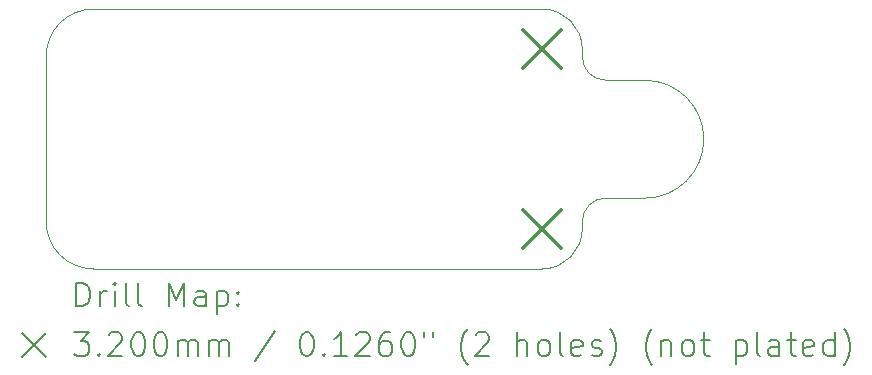
<source format=gbr>
%TF.GenerationSoftware,KiCad,Pcbnew,8.0.8*%
%TF.CreationDate,2025-03-12T20:33:16+01:00*%
%TF.ProjectId,TTS,5454532e-6b69-4636-9164-5f7063625858,rev?*%
%TF.SameCoordinates,PX2255100PY2ebae40*%
%TF.FileFunction,Drillmap*%
%TF.FilePolarity,Positive*%
%FSLAX45Y45*%
G04 Gerber Fmt 4.5, Leading zero omitted, Abs format (unit mm)*
G04 Created by KiCad (PCBNEW 8.0.8) date 2025-03-12 20:33:16*
%MOMM*%
%LPD*%
G01*
G04 APERTURE LIST*
%ADD10C,0.100000*%
%ADD11C,0.200000*%
%ADD12C,0.320000*%
G04 APERTURE END LIST*
D10*
X14100000Y1900000D02*
G75*
G02*
X14439120Y1561000I60J-339060D01*
G01*
X10300000Y-300000D02*
G75*
G02*
X9900000Y100000I0J400000D01*
G01*
X14637875Y1297125D02*
X14969000Y1297000D01*
X14969000Y1297000D02*
G75*
G02*
X14969000Y299000I0J-499000D01*
G01*
X14439125Y39000D02*
X14439125Y100374D01*
X9900000Y1500000D02*
G75*
G02*
X10300000Y1900000I400000J0D01*
G01*
X10300000Y1900000D02*
X14100000Y1900000D01*
X14637875Y1297125D02*
G75*
G02*
X14439005Y1496000I5J198875D01*
G01*
X14638000Y299249D02*
X14969000Y299000D01*
X14439125Y100374D02*
G75*
G02*
X14638000Y299245I198875J-4D01*
G01*
X14439125Y1561000D02*
X14439000Y1496000D01*
X14439125Y39000D02*
G75*
G02*
X14100000Y-300005I-339065J60D01*
G01*
X14100000Y-300000D02*
X10300000Y-300000D01*
X9900000Y1500000D02*
X9900000Y100000D01*
D11*
D12*
X13940000Y1720000D02*
X14260000Y1400000D01*
X14260000Y1720000D02*
X13940000Y1400000D01*
X13940000Y200000D02*
X14260000Y-120000D01*
X14260000Y200000D02*
X13940000Y-120000D01*
D11*
X10155777Y-616489D02*
X10155777Y-416489D01*
X10155777Y-416489D02*
X10203396Y-416489D01*
X10203396Y-416489D02*
X10231967Y-426012D01*
X10231967Y-426012D02*
X10251015Y-445060D01*
X10251015Y-445060D02*
X10260539Y-464108D01*
X10260539Y-464108D02*
X10270063Y-502203D01*
X10270063Y-502203D02*
X10270063Y-530774D01*
X10270063Y-530774D02*
X10260539Y-568870D01*
X10260539Y-568870D02*
X10251015Y-587917D01*
X10251015Y-587917D02*
X10231967Y-606965D01*
X10231967Y-606965D02*
X10203396Y-616489D01*
X10203396Y-616489D02*
X10155777Y-616489D01*
X10355777Y-616489D02*
X10355777Y-483155D01*
X10355777Y-521251D02*
X10365301Y-502203D01*
X10365301Y-502203D02*
X10374824Y-492679D01*
X10374824Y-492679D02*
X10393872Y-483155D01*
X10393872Y-483155D02*
X10412920Y-483155D01*
X10479586Y-616489D02*
X10479586Y-483155D01*
X10479586Y-416489D02*
X10470063Y-426012D01*
X10470063Y-426012D02*
X10479586Y-435536D01*
X10479586Y-435536D02*
X10489110Y-426012D01*
X10489110Y-426012D02*
X10479586Y-416489D01*
X10479586Y-416489D02*
X10479586Y-435536D01*
X10603396Y-616489D02*
X10584348Y-606965D01*
X10584348Y-606965D02*
X10574824Y-587917D01*
X10574824Y-587917D02*
X10574824Y-416489D01*
X10708158Y-616489D02*
X10689110Y-606965D01*
X10689110Y-606965D02*
X10679586Y-587917D01*
X10679586Y-587917D02*
X10679586Y-416489D01*
X10936729Y-616489D02*
X10936729Y-416489D01*
X10936729Y-416489D02*
X11003396Y-559346D01*
X11003396Y-559346D02*
X11070063Y-416489D01*
X11070063Y-416489D02*
X11070063Y-616489D01*
X11251015Y-616489D02*
X11251015Y-511727D01*
X11251015Y-511727D02*
X11241491Y-492679D01*
X11241491Y-492679D02*
X11222443Y-483155D01*
X11222443Y-483155D02*
X11184348Y-483155D01*
X11184348Y-483155D02*
X11165301Y-492679D01*
X11251015Y-606965D02*
X11231967Y-616489D01*
X11231967Y-616489D02*
X11184348Y-616489D01*
X11184348Y-616489D02*
X11165301Y-606965D01*
X11165301Y-606965D02*
X11155777Y-587917D01*
X11155777Y-587917D02*
X11155777Y-568870D01*
X11155777Y-568870D02*
X11165301Y-549822D01*
X11165301Y-549822D02*
X11184348Y-540298D01*
X11184348Y-540298D02*
X11231967Y-540298D01*
X11231967Y-540298D02*
X11251015Y-530774D01*
X11346253Y-483155D02*
X11346253Y-683155D01*
X11346253Y-492679D02*
X11365301Y-483155D01*
X11365301Y-483155D02*
X11403396Y-483155D01*
X11403396Y-483155D02*
X11422443Y-492679D01*
X11422443Y-492679D02*
X11431967Y-502203D01*
X11431967Y-502203D02*
X11441491Y-521251D01*
X11441491Y-521251D02*
X11441491Y-578393D01*
X11441491Y-578393D02*
X11431967Y-597441D01*
X11431967Y-597441D02*
X11422443Y-606965D01*
X11422443Y-606965D02*
X11403396Y-616489D01*
X11403396Y-616489D02*
X11365301Y-616489D01*
X11365301Y-616489D02*
X11346253Y-606965D01*
X11527205Y-597441D02*
X11536729Y-606965D01*
X11536729Y-606965D02*
X11527205Y-616489D01*
X11527205Y-616489D02*
X11517682Y-606965D01*
X11517682Y-606965D02*
X11527205Y-597441D01*
X11527205Y-597441D02*
X11527205Y-616489D01*
X11527205Y-492679D02*
X11536729Y-502203D01*
X11536729Y-502203D02*
X11527205Y-511727D01*
X11527205Y-511727D02*
X11517682Y-502203D01*
X11517682Y-502203D02*
X11527205Y-492679D01*
X11527205Y-492679D02*
X11527205Y-511727D01*
X9695000Y-845005D02*
X9895000Y-1045005D01*
X9895000Y-845005D02*
X9695000Y-1045005D01*
X10136729Y-836489D02*
X10260539Y-836489D01*
X10260539Y-836489D02*
X10193872Y-912679D01*
X10193872Y-912679D02*
X10222444Y-912679D01*
X10222444Y-912679D02*
X10241491Y-922203D01*
X10241491Y-922203D02*
X10251015Y-931727D01*
X10251015Y-931727D02*
X10260539Y-950774D01*
X10260539Y-950774D02*
X10260539Y-998393D01*
X10260539Y-998393D02*
X10251015Y-1017441D01*
X10251015Y-1017441D02*
X10241491Y-1026965D01*
X10241491Y-1026965D02*
X10222444Y-1036489D01*
X10222444Y-1036489D02*
X10165301Y-1036489D01*
X10165301Y-1036489D02*
X10146253Y-1026965D01*
X10146253Y-1026965D02*
X10136729Y-1017441D01*
X10346253Y-1017441D02*
X10355777Y-1026965D01*
X10355777Y-1026965D02*
X10346253Y-1036489D01*
X10346253Y-1036489D02*
X10336729Y-1026965D01*
X10336729Y-1026965D02*
X10346253Y-1017441D01*
X10346253Y-1017441D02*
X10346253Y-1036489D01*
X10431967Y-855536D02*
X10441491Y-846012D01*
X10441491Y-846012D02*
X10460539Y-836489D01*
X10460539Y-836489D02*
X10508158Y-836489D01*
X10508158Y-836489D02*
X10527205Y-846012D01*
X10527205Y-846012D02*
X10536729Y-855536D01*
X10536729Y-855536D02*
X10546253Y-874584D01*
X10546253Y-874584D02*
X10546253Y-893631D01*
X10546253Y-893631D02*
X10536729Y-922203D01*
X10536729Y-922203D02*
X10422444Y-1036489D01*
X10422444Y-1036489D02*
X10546253Y-1036489D01*
X10670063Y-836489D02*
X10689110Y-836489D01*
X10689110Y-836489D02*
X10708158Y-846012D01*
X10708158Y-846012D02*
X10717682Y-855536D01*
X10717682Y-855536D02*
X10727205Y-874584D01*
X10727205Y-874584D02*
X10736729Y-912679D01*
X10736729Y-912679D02*
X10736729Y-960298D01*
X10736729Y-960298D02*
X10727205Y-998393D01*
X10727205Y-998393D02*
X10717682Y-1017441D01*
X10717682Y-1017441D02*
X10708158Y-1026965D01*
X10708158Y-1026965D02*
X10689110Y-1036489D01*
X10689110Y-1036489D02*
X10670063Y-1036489D01*
X10670063Y-1036489D02*
X10651015Y-1026965D01*
X10651015Y-1026965D02*
X10641491Y-1017441D01*
X10641491Y-1017441D02*
X10631967Y-998393D01*
X10631967Y-998393D02*
X10622444Y-960298D01*
X10622444Y-960298D02*
X10622444Y-912679D01*
X10622444Y-912679D02*
X10631967Y-874584D01*
X10631967Y-874584D02*
X10641491Y-855536D01*
X10641491Y-855536D02*
X10651015Y-846012D01*
X10651015Y-846012D02*
X10670063Y-836489D01*
X10860539Y-836489D02*
X10879586Y-836489D01*
X10879586Y-836489D02*
X10898634Y-846012D01*
X10898634Y-846012D02*
X10908158Y-855536D01*
X10908158Y-855536D02*
X10917682Y-874584D01*
X10917682Y-874584D02*
X10927205Y-912679D01*
X10927205Y-912679D02*
X10927205Y-960298D01*
X10927205Y-960298D02*
X10917682Y-998393D01*
X10917682Y-998393D02*
X10908158Y-1017441D01*
X10908158Y-1017441D02*
X10898634Y-1026965D01*
X10898634Y-1026965D02*
X10879586Y-1036489D01*
X10879586Y-1036489D02*
X10860539Y-1036489D01*
X10860539Y-1036489D02*
X10841491Y-1026965D01*
X10841491Y-1026965D02*
X10831967Y-1017441D01*
X10831967Y-1017441D02*
X10822444Y-998393D01*
X10822444Y-998393D02*
X10812920Y-960298D01*
X10812920Y-960298D02*
X10812920Y-912679D01*
X10812920Y-912679D02*
X10822444Y-874584D01*
X10822444Y-874584D02*
X10831967Y-855536D01*
X10831967Y-855536D02*
X10841491Y-846012D01*
X10841491Y-846012D02*
X10860539Y-836489D01*
X11012920Y-1036489D02*
X11012920Y-903155D01*
X11012920Y-922203D02*
X11022444Y-912679D01*
X11022444Y-912679D02*
X11041491Y-903155D01*
X11041491Y-903155D02*
X11070063Y-903155D01*
X11070063Y-903155D02*
X11089110Y-912679D01*
X11089110Y-912679D02*
X11098634Y-931727D01*
X11098634Y-931727D02*
X11098634Y-1036489D01*
X11098634Y-931727D02*
X11108158Y-912679D01*
X11108158Y-912679D02*
X11127205Y-903155D01*
X11127205Y-903155D02*
X11155777Y-903155D01*
X11155777Y-903155D02*
X11174825Y-912679D01*
X11174825Y-912679D02*
X11184348Y-931727D01*
X11184348Y-931727D02*
X11184348Y-1036489D01*
X11279586Y-1036489D02*
X11279586Y-903155D01*
X11279586Y-922203D02*
X11289110Y-912679D01*
X11289110Y-912679D02*
X11308158Y-903155D01*
X11308158Y-903155D02*
X11336729Y-903155D01*
X11336729Y-903155D02*
X11355777Y-912679D01*
X11355777Y-912679D02*
X11365301Y-931727D01*
X11365301Y-931727D02*
X11365301Y-1036489D01*
X11365301Y-931727D02*
X11374824Y-912679D01*
X11374824Y-912679D02*
X11393872Y-903155D01*
X11393872Y-903155D02*
X11422443Y-903155D01*
X11422443Y-903155D02*
X11441491Y-912679D01*
X11441491Y-912679D02*
X11451015Y-931727D01*
X11451015Y-931727D02*
X11451015Y-1036489D01*
X11841491Y-826965D02*
X11670063Y-1084108D01*
X12098634Y-836489D02*
X12117682Y-836489D01*
X12117682Y-836489D02*
X12136729Y-846012D01*
X12136729Y-846012D02*
X12146253Y-855536D01*
X12146253Y-855536D02*
X12155777Y-874584D01*
X12155777Y-874584D02*
X12165301Y-912679D01*
X12165301Y-912679D02*
X12165301Y-960298D01*
X12165301Y-960298D02*
X12155777Y-998393D01*
X12155777Y-998393D02*
X12146253Y-1017441D01*
X12146253Y-1017441D02*
X12136729Y-1026965D01*
X12136729Y-1026965D02*
X12117682Y-1036489D01*
X12117682Y-1036489D02*
X12098634Y-1036489D01*
X12098634Y-1036489D02*
X12079586Y-1026965D01*
X12079586Y-1026965D02*
X12070063Y-1017441D01*
X12070063Y-1017441D02*
X12060539Y-998393D01*
X12060539Y-998393D02*
X12051015Y-960298D01*
X12051015Y-960298D02*
X12051015Y-912679D01*
X12051015Y-912679D02*
X12060539Y-874584D01*
X12060539Y-874584D02*
X12070063Y-855536D01*
X12070063Y-855536D02*
X12079586Y-846012D01*
X12079586Y-846012D02*
X12098634Y-836489D01*
X12251015Y-1017441D02*
X12260539Y-1026965D01*
X12260539Y-1026965D02*
X12251015Y-1036489D01*
X12251015Y-1036489D02*
X12241491Y-1026965D01*
X12241491Y-1026965D02*
X12251015Y-1017441D01*
X12251015Y-1017441D02*
X12251015Y-1036489D01*
X12451015Y-1036489D02*
X12336729Y-1036489D01*
X12393872Y-1036489D02*
X12393872Y-836489D01*
X12393872Y-836489D02*
X12374825Y-865060D01*
X12374825Y-865060D02*
X12355777Y-884108D01*
X12355777Y-884108D02*
X12336729Y-893631D01*
X12527206Y-855536D02*
X12536729Y-846012D01*
X12536729Y-846012D02*
X12555777Y-836489D01*
X12555777Y-836489D02*
X12603396Y-836489D01*
X12603396Y-836489D02*
X12622444Y-846012D01*
X12622444Y-846012D02*
X12631967Y-855536D01*
X12631967Y-855536D02*
X12641491Y-874584D01*
X12641491Y-874584D02*
X12641491Y-893631D01*
X12641491Y-893631D02*
X12631967Y-922203D01*
X12631967Y-922203D02*
X12517682Y-1036489D01*
X12517682Y-1036489D02*
X12641491Y-1036489D01*
X12812920Y-836489D02*
X12774825Y-836489D01*
X12774825Y-836489D02*
X12755777Y-846012D01*
X12755777Y-846012D02*
X12746253Y-855536D01*
X12746253Y-855536D02*
X12727206Y-884108D01*
X12727206Y-884108D02*
X12717682Y-922203D01*
X12717682Y-922203D02*
X12717682Y-998393D01*
X12717682Y-998393D02*
X12727206Y-1017441D01*
X12727206Y-1017441D02*
X12736729Y-1026965D01*
X12736729Y-1026965D02*
X12755777Y-1036489D01*
X12755777Y-1036489D02*
X12793872Y-1036489D01*
X12793872Y-1036489D02*
X12812920Y-1026965D01*
X12812920Y-1026965D02*
X12822444Y-1017441D01*
X12822444Y-1017441D02*
X12831967Y-998393D01*
X12831967Y-998393D02*
X12831967Y-950774D01*
X12831967Y-950774D02*
X12822444Y-931727D01*
X12822444Y-931727D02*
X12812920Y-922203D01*
X12812920Y-922203D02*
X12793872Y-912679D01*
X12793872Y-912679D02*
X12755777Y-912679D01*
X12755777Y-912679D02*
X12736729Y-922203D01*
X12736729Y-922203D02*
X12727206Y-931727D01*
X12727206Y-931727D02*
X12717682Y-950774D01*
X12955777Y-836489D02*
X12974825Y-836489D01*
X12974825Y-836489D02*
X12993872Y-846012D01*
X12993872Y-846012D02*
X13003396Y-855536D01*
X13003396Y-855536D02*
X13012920Y-874584D01*
X13012920Y-874584D02*
X13022444Y-912679D01*
X13022444Y-912679D02*
X13022444Y-960298D01*
X13022444Y-960298D02*
X13012920Y-998393D01*
X13012920Y-998393D02*
X13003396Y-1017441D01*
X13003396Y-1017441D02*
X12993872Y-1026965D01*
X12993872Y-1026965D02*
X12974825Y-1036489D01*
X12974825Y-1036489D02*
X12955777Y-1036489D01*
X12955777Y-1036489D02*
X12936729Y-1026965D01*
X12936729Y-1026965D02*
X12927206Y-1017441D01*
X12927206Y-1017441D02*
X12917682Y-998393D01*
X12917682Y-998393D02*
X12908158Y-960298D01*
X12908158Y-960298D02*
X12908158Y-912679D01*
X12908158Y-912679D02*
X12917682Y-874584D01*
X12917682Y-874584D02*
X12927206Y-855536D01*
X12927206Y-855536D02*
X12936729Y-846012D01*
X12936729Y-846012D02*
X12955777Y-836489D01*
X13098634Y-836489D02*
X13098634Y-874584D01*
X13174825Y-836489D02*
X13174825Y-874584D01*
X13470063Y-1112679D02*
X13460539Y-1103155D01*
X13460539Y-1103155D02*
X13441491Y-1074584D01*
X13441491Y-1074584D02*
X13431968Y-1055536D01*
X13431968Y-1055536D02*
X13422444Y-1026965D01*
X13422444Y-1026965D02*
X13412920Y-979346D01*
X13412920Y-979346D02*
X13412920Y-941251D01*
X13412920Y-941251D02*
X13422444Y-893631D01*
X13422444Y-893631D02*
X13431968Y-865060D01*
X13431968Y-865060D02*
X13441491Y-846012D01*
X13441491Y-846012D02*
X13460539Y-817441D01*
X13460539Y-817441D02*
X13470063Y-807917D01*
X13536729Y-855536D02*
X13546253Y-846012D01*
X13546253Y-846012D02*
X13565301Y-836489D01*
X13565301Y-836489D02*
X13612920Y-836489D01*
X13612920Y-836489D02*
X13631968Y-846012D01*
X13631968Y-846012D02*
X13641491Y-855536D01*
X13641491Y-855536D02*
X13651015Y-874584D01*
X13651015Y-874584D02*
X13651015Y-893631D01*
X13651015Y-893631D02*
X13641491Y-922203D01*
X13641491Y-922203D02*
X13527206Y-1036489D01*
X13527206Y-1036489D02*
X13651015Y-1036489D01*
X13889110Y-1036489D02*
X13889110Y-836489D01*
X13974825Y-1036489D02*
X13974825Y-931727D01*
X13974825Y-931727D02*
X13965301Y-912679D01*
X13965301Y-912679D02*
X13946253Y-903155D01*
X13946253Y-903155D02*
X13917682Y-903155D01*
X13917682Y-903155D02*
X13898634Y-912679D01*
X13898634Y-912679D02*
X13889110Y-922203D01*
X14098634Y-1036489D02*
X14079587Y-1026965D01*
X14079587Y-1026965D02*
X14070063Y-1017441D01*
X14070063Y-1017441D02*
X14060539Y-998393D01*
X14060539Y-998393D02*
X14060539Y-941251D01*
X14060539Y-941251D02*
X14070063Y-922203D01*
X14070063Y-922203D02*
X14079587Y-912679D01*
X14079587Y-912679D02*
X14098634Y-903155D01*
X14098634Y-903155D02*
X14127206Y-903155D01*
X14127206Y-903155D02*
X14146253Y-912679D01*
X14146253Y-912679D02*
X14155777Y-922203D01*
X14155777Y-922203D02*
X14165301Y-941251D01*
X14165301Y-941251D02*
X14165301Y-998393D01*
X14165301Y-998393D02*
X14155777Y-1017441D01*
X14155777Y-1017441D02*
X14146253Y-1026965D01*
X14146253Y-1026965D02*
X14127206Y-1036489D01*
X14127206Y-1036489D02*
X14098634Y-1036489D01*
X14279587Y-1036489D02*
X14260539Y-1026965D01*
X14260539Y-1026965D02*
X14251015Y-1007917D01*
X14251015Y-1007917D02*
X14251015Y-836489D01*
X14431968Y-1026965D02*
X14412920Y-1036489D01*
X14412920Y-1036489D02*
X14374825Y-1036489D01*
X14374825Y-1036489D02*
X14355777Y-1026965D01*
X14355777Y-1026965D02*
X14346253Y-1007917D01*
X14346253Y-1007917D02*
X14346253Y-931727D01*
X14346253Y-931727D02*
X14355777Y-912679D01*
X14355777Y-912679D02*
X14374825Y-903155D01*
X14374825Y-903155D02*
X14412920Y-903155D01*
X14412920Y-903155D02*
X14431968Y-912679D01*
X14431968Y-912679D02*
X14441491Y-931727D01*
X14441491Y-931727D02*
X14441491Y-950774D01*
X14441491Y-950774D02*
X14346253Y-969822D01*
X14517682Y-1026965D02*
X14536730Y-1036489D01*
X14536730Y-1036489D02*
X14574825Y-1036489D01*
X14574825Y-1036489D02*
X14593872Y-1026965D01*
X14593872Y-1026965D02*
X14603396Y-1007917D01*
X14603396Y-1007917D02*
X14603396Y-998393D01*
X14603396Y-998393D02*
X14593872Y-979346D01*
X14593872Y-979346D02*
X14574825Y-969822D01*
X14574825Y-969822D02*
X14546253Y-969822D01*
X14546253Y-969822D02*
X14527206Y-960298D01*
X14527206Y-960298D02*
X14517682Y-941251D01*
X14517682Y-941251D02*
X14517682Y-931727D01*
X14517682Y-931727D02*
X14527206Y-912679D01*
X14527206Y-912679D02*
X14546253Y-903155D01*
X14546253Y-903155D02*
X14574825Y-903155D01*
X14574825Y-903155D02*
X14593872Y-912679D01*
X14670063Y-1112679D02*
X14679587Y-1103155D01*
X14679587Y-1103155D02*
X14698634Y-1074584D01*
X14698634Y-1074584D02*
X14708158Y-1055536D01*
X14708158Y-1055536D02*
X14717682Y-1026965D01*
X14717682Y-1026965D02*
X14727206Y-979346D01*
X14727206Y-979346D02*
X14727206Y-941251D01*
X14727206Y-941251D02*
X14717682Y-893631D01*
X14717682Y-893631D02*
X14708158Y-865060D01*
X14708158Y-865060D02*
X14698634Y-846012D01*
X14698634Y-846012D02*
X14679587Y-817441D01*
X14679587Y-817441D02*
X14670063Y-807917D01*
X15031968Y-1112679D02*
X15022444Y-1103155D01*
X15022444Y-1103155D02*
X15003396Y-1074584D01*
X15003396Y-1074584D02*
X14993872Y-1055536D01*
X14993872Y-1055536D02*
X14984349Y-1026965D01*
X14984349Y-1026965D02*
X14974825Y-979346D01*
X14974825Y-979346D02*
X14974825Y-941251D01*
X14974825Y-941251D02*
X14984349Y-893631D01*
X14984349Y-893631D02*
X14993872Y-865060D01*
X14993872Y-865060D02*
X15003396Y-846012D01*
X15003396Y-846012D02*
X15022444Y-817441D01*
X15022444Y-817441D02*
X15031968Y-807917D01*
X15108158Y-903155D02*
X15108158Y-1036489D01*
X15108158Y-922203D02*
X15117682Y-912679D01*
X15117682Y-912679D02*
X15136730Y-903155D01*
X15136730Y-903155D02*
X15165301Y-903155D01*
X15165301Y-903155D02*
X15184349Y-912679D01*
X15184349Y-912679D02*
X15193872Y-931727D01*
X15193872Y-931727D02*
X15193872Y-1036489D01*
X15317682Y-1036489D02*
X15298634Y-1026965D01*
X15298634Y-1026965D02*
X15289111Y-1017441D01*
X15289111Y-1017441D02*
X15279587Y-998393D01*
X15279587Y-998393D02*
X15279587Y-941251D01*
X15279587Y-941251D02*
X15289111Y-922203D01*
X15289111Y-922203D02*
X15298634Y-912679D01*
X15298634Y-912679D02*
X15317682Y-903155D01*
X15317682Y-903155D02*
X15346253Y-903155D01*
X15346253Y-903155D02*
X15365301Y-912679D01*
X15365301Y-912679D02*
X15374825Y-922203D01*
X15374825Y-922203D02*
X15384349Y-941251D01*
X15384349Y-941251D02*
X15384349Y-998393D01*
X15384349Y-998393D02*
X15374825Y-1017441D01*
X15374825Y-1017441D02*
X15365301Y-1026965D01*
X15365301Y-1026965D02*
X15346253Y-1036489D01*
X15346253Y-1036489D02*
X15317682Y-1036489D01*
X15441492Y-903155D02*
X15517682Y-903155D01*
X15470063Y-836489D02*
X15470063Y-1007917D01*
X15470063Y-1007917D02*
X15479587Y-1026965D01*
X15479587Y-1026965D02*
X15498634Y-1036489D01*
X15498634Y-1036489D02*
X15517682Y-1036489D01*
X15736730Y-903155D02*
X15736730Y-1103155D01*
X15736730Y-912679D02*
X15755777Y-903155D01*
X15755777Y-903155D02*
X15793873Y-903155D01*
X15793873Y-903155D02*
X15812920Y-912679D01*
X15812920Y-912679D02*
X15822444Y-922203D01*
X15822444Y-922203D02*
X15831968Y-941251D01*
X15831968Y-941251D02*
X15831968Y-998393D01*
X15831968Y-998393D02*
X15822444Y-1017441D01*
X15822444Y-1017441D02*
X15812920Y-1026965D01*
X15812920Y-1026965D02*
X15793873Y-1036489D01*
X15793873Y-1036489D02*
X15755777Y-1036489D01*
X15755777Y-1036489D02*
X15736730Y-1026965D01*
X15946253Y-1036489D02*
X15927206Y-1026965D01*
X15927206Y-1026965D02*
X15917682Y-1007917D01*
X15917682Y-1007917D02*
X15917682Y-836489D01*
X16108158Y-1036489D02*
X16108158Y-931727D01*
X16108158Y-931727D02*
X16098634Y-912679D01*
X16098634Y-912679D02*
X16079587Y-903155D01*
X16079587Y-903155D02*
X16041492Y-903155D01*
X16041492Y-903155D02*
X16022444Y-912679D01*
X16108158Y-1026965D02*
X16089111Y-1036489D01*
X16089111Y-1036489D02*
X16041492Y-1036489D01*
X16041492Y-1036489D02*
X16022444Y-1026965D01*
X16022444Y-1026965D02*
X16012920Y-1007917D01*
X16012920Y-1007917D02*
X16012920Y-988870D01*
X16012920Y-988870D02*
X16022444Y-969822D01*
X16022444Y-969822D02*
X16041492Y-960298D01*
X16041492Y-960298D02*
X16089111Y-960298D01*
X16089111Y-960298D02*
X16108158Y-950774D01*
X16174825Y-903155D02*
X16251015Y-903155D01*
X16203396Y-836489D02*
X16203396Y-1007917D01*
X16203396Y-1007917D02*
X16212920Y-1026965D01*
X16212920Y-1026965D02*
X16231968Y-1036489D01*
X16231968Y-1036489D02*
X16251015Y-1036489D01*
X16393873Y-1026965D02*
X16374825Y-1036489D01*
X16374825Y-1036489D02*
X16336730Y-1036489D01*
X16336730Y-1036489D02*
X16317682Y-1026965D01*
X16317682Y-1026965D02*
X16308158Y-1007917D01*
X16308158Y-1007917D02*
X16308158Y-931727D01*
X16308158Y-931727D02*
X16317682Y-912679D01*
X16317682Y-912679D02*
X16336730Y-903155D01*
X16336730Y-903155D02*
X16374825Y-903155D01*
X16374825Y-903155D02*
X16393873Y-912679D01*
X16393873Y-912679D02*
X16403396Y-931727D01*
X16403396Y-931727D02*
X16403396Y-950774D01*
X16403396Y-950774D02*
X16308158Y-969822D01*
X16574825Y-1036489D02*
X16574825Y-836489D01*
X16574825Y-1026965D02*
X16555777Y-1036489D01*
X16555777Y-1036489D02*
X16517682Y-1036489D01*
X16517682Y-1036489D02*
X16498634Y-1026965D01*
X16498634Y-1026965D02*
X16489111Y-1017441D01*
X16489111Y-1017441D02*
X16479587Y-998393D01*
X16479587Y-998393D02*
X16479587Y-941251D01*
X16479587Y-941251D02*
X16489111Y-922203D01*
X16489111Y-922203D02*
X16498634Y-912679D01*
X16498634Y-912679D02*
X16517682Y-903155D01*
X16517682Y-903155D02*
X16555777Y-903155D01*
X16555777Y-903155D02*
X16574825Y-912679D01*
X16651015Y-1112679D02*
X16660539Y-1103155D01*
X16660539Y-1103155D02*
X16679587Y-1074584D01*
X16679587Y-1074584D02*
X16689111Y-1055536D01*
X16689111Y-1055536D02*
X16698634Y-1026965D01*
X16698634Y-1026965D02*
X16708158Y-979346D01*
X16708158Y-979346D02*
X16708158Y-941251D01*
X16708158Y-941251D02*
X16698634Y-893631D01*
X16698634Y-893631D02*
X16689111Y-865060D01*
X16689111Y-865060D02*
X16679587Y-846012D01*
X16679587Y-846012D02*
X16660539Y-817441D01*
X16660539Y-817441D02*
X16651015Y-807917D01*
M02*

</source>
